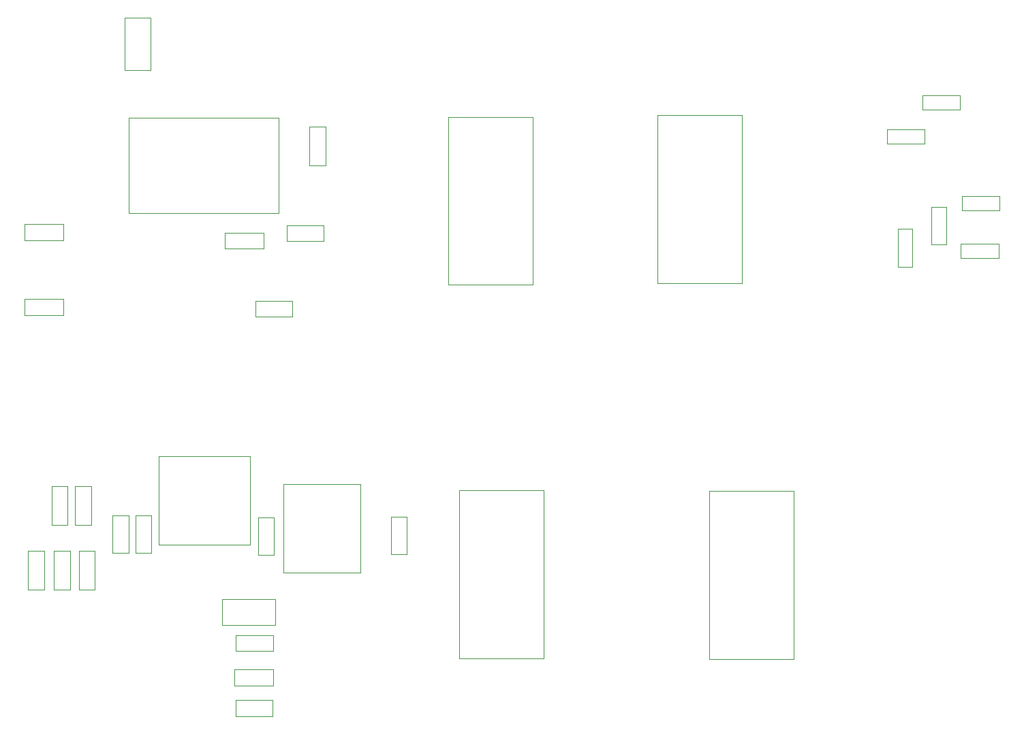
<source format=gbr>
G04 #@! TF.FileFunction,Other,User*
%FSLAX46Y46*%
G04 Gerber Fmt 4.6, Leading zero omitted, Abs format (unit mm)*
G04 Created by KiCad (PCBNEW 4.0.7-e2-6376~61~ubuntu18.04.1) date Mon Nov 26 09:53:19 2018*
%MOMM*%
%LPD*%
G01*
G04 APERTURE LIST*
%ADD10C,0.100000*%
%ADD11C,0.050000*%
G04 APERTURE END LIST*
D10*
D11*
X142300000Y-70420000D02*
X137500000Y-70420000D01*
X142300000Y-68420000D02*
X137500000Y-68420000D01*
X142300000Y-70420000D02*
X142300000Y-68420000D01*
X137500000Y-70420000D02*
X137500000Y-68420000D01*
X190154820Y-55053060D02*
X200674820Y-55053060D01*
X200674820Y-75933060D02*
X190154820Y-75933060D01*
X190154820Y-75933060D02*
X190154820Y-55053060D01*
X200674820Y-75933060D02*
X200674820Y-55053060D01*
X191488240Y-101499500D02*
X202008240Y-101499500D01*
X202008240Y-122379500D02*
X191488240Y-122379500D01*
X191488240Y-122379500D02*
X191488240Y-101499500D01*
X202008240Y-122379500D02*
X202008240Y-101499500D01*
X222575340Y-101611260D02*
X233095340Y-101611260D01*
X233095340Y-122491260D02*
X222575340Y-122491260D01*
X222575340Y-122491260D02*
X222575340Y-101611260D01*
X233095340Y-122491260D02*
X233095340Y-101611260D01*
X216111000Y-54877000D02*
X226631000Y-54877000D01*
X226631000Y-75757000D02*
X216111000Y-75757000D01*
X216111000Y-75757000D02*
X216111000Y-54877000D01*
X226631000Y-75757000D02*
X226631000Y-54877000D01*
X252010000Y-66230000D02*
X252010000Y-70930000D01*
X252010000Y-66230000D02*
X250210000Y-66230000D01*
X250210000Y-70930000D02*
X252010000Y-70930000D01*
X250210000Y-70930000D02*
X250210000Y-66230000D01*
X247830000Y-68980000D02*
X247830000Y-73680000D01*
X247830000Y-68980000D02*
X246030000Y-68980000D01*
X246030000Y-73680000D02*
X247830000Y-73680000D01*
X246030000Y-73680000D02*
X246030000Y-68980000D01*
X249075000Y-52400000D02*
X253775000Y-52400000D01*
X249075000Y-52400000D02*
X249075000Y-54200000D01*
X253775000Y-54200000D02*
X253775000Y-52400000D01*
X253775000Y-54200000D02*
X249075000Y-54200000D01*
X244675000Y-56575000D02*
X249375000Y-56575000D01*
X244675000Y-56575000D02*
X244675000Y-58375000D01*
X249375000Y-58375000D02*
X249375000Y-56575000D01*
X249375000Y-58375000D02*
X244675000Y-58375000D01*
X150470000Y-67040000D02*
X169070000Y-67040000D01*
X150470000Y-55140000D02*
X169070000Y-55140000D01*
X150470000Y-67040000D02*
X150470000Y-55140000D01*
X169070000Y-67040000D02*
X169070000Y-55140000D01*
X165502500Y-108262500D02*
X165502500Y-97262500D01*
X154202500Y-108262500D02*
X154202500Y-97262500D01*
X165502500Y-108262500D02*
X154202500Y-108262500D01*
X165502500Y-97262500D02*
X154202500Y-97262500D01*
X169702500Y-100762500D02*
X169702500Y-111762500D01*
X179202500Y-100762500D02*
X179202500Y-111762500D01*
X169702500Y-100762500D02*
X179202500Y-100762500D01*
X169702500Y-111762500D02*
X179202500Y-111762500D01*
X172890000Y-61070000D02*
X172890000Y-56270000D01*
X174890000Y-61070000D02*
X174890000Y-56270000D01*
X172890000Y-61070000D02*
X174890000Y-61070000D01*
X172890000Y-56270000D02*
X174890000Y-56270000D01*
X167170000Y-71450000D02*
X162370000Y-71450000D01*
X167170000Y-69450000D02*
X162370000Y-69450000D01*
X167170000Y-71450000D02*
X167170000Y-69450000D01*
X162370000Y-71450000D02*
X162370000Y-69450000D01*
X142320000Y-79730000D02*
X137520000Y-79730000D01*
X142320000Y-77730000D02*
X137520000Y-77730000D01*
X142320000Y-79730000D02*
X142320000Y-77730000D01*
X137520000Y-79730000D02*
X137520000Y-77730000D01*
X168360000Y-125750000D02*
X163560000Y-125750000D01*
X168360000Y-123750000D02*
X163560000Y-123750000D01*
X168360000Y-125750000D02*
X168360000Y-123750000D01*
X163560000Y-125750000D02*
X163560000Y-123750000D01*
X174680000Y-70520000D02*
X170080000Y-70520000D01*
X174680000Y-68520000D02*
X170080000Y-68520000D01*
X174680000Y-70520000D02*
X174680000Y-68520000D01*
X170080000Y-70520000D02*
X170080000Y-68520000D01*
X166170000Y-77940000D02*
X170770000Y-77940000D01*
X166170000Y-79940000D02*
X170770000Y-79940000D01*
X166170000Y-77940000D02*
X166170000Y-79940000D01*
X170770000Y-77940000D02*
X170770000Y-79940000D01*
X149920000Y-49290000D02*
X149920000Y-42690000D01*
X153120000Y-49290000D02*
X153120000Y-42690000D01*
X149920000Y-49290000D02*
X153120000Y-49290000D01*
X149920000Y-42690000D02*
X153120000Y-42690000D01*
X148452500Y-109262500D02*
X148452500Y-104662500D01*
X150452500Y-109262500D02*
X150452500Y-104662500D01*
X148452500Y-109262500D02*
X150452500Y-109262500D01*
X148452500Y-104662500D02*
X150452500Y-104662500D01*
X151252500Y-109262500D02*
X151252500Y-104662500D01*
X153252500Y-109262500D02*
X153252500Y-104662500D01*
X151252500Y-109262500D02*
X153252500Y-109262500D01*
X151252500Y-104662500D02*
X153252500Y-104662500D01*
X183000000Y-109410000D02*
X183000000Y-104810000D01*
X185000000Y-109410000D02*
X185000000Y-104810000D01*
X183000000Y-109410000D02*
X185000000Y-109410000D01*
X183000000Y-104810000D02*
X185000000Y-104810000D01*
X166502500Y-109512500D02*
X166502500Y-104912500D01*
X168502500Y-109512500D02*
X168502500Y-104912500D01*
X166502500Y-109512500D02*
X168502500Y-109512500D01*
X166502500Y-104912500D02*
X168502500Y-104912500D01*
X168310000Y-129600000D02*
X163710000Y-129600000D01*
X168310000Y-127600000D02*
X163710000Y-127600000D01*
X168310000Y-129600000D02*
X168310000Y-127600000D01*
X163710000Y-129600000D02*
X163710000Y-127600000D01*
X168370000Y-121490000D02*
X163770000Y-121490000D01*
X168370000Y-119490000D02*
X163770000Y-119490000D01*
X168370000Y-121490000D02*
X168370000Y-119490000D01*
X163770000Y-121490000D02*
X163770000Y-119490000D01*
X168650000Y-118260000D02*
X162050000Y-118260000D01*
X168650000Y-115060000D02*
X162050000Y-115060000D01*
X168650000Y-118260000D02*
X168650000Y-115060000D01*
X162050000Y-118260000D02*
X162050000Y-115060000D01*
X144252500Y-113822500D02*
X144252500Y-109022500D01*
X146252500Y-113822500D02*
X146252500Y-109022500D01*
X144252500Y-113822500D02*
X146252500Y-113822500D01*
X144252500Y-109022500D02*
X146252500Y-109022500D01*
X143752500Y-105802500D02*
X143752500Y-101002500D01*
X145752500Y-105802500D02*
X145752500Y-101002500D01*
X143752500Y-105802500D02*
X145752500Y-105802500D01*
X143752500Y-101002500D02*
X145752500Y-101002500D01*
X143152500Y-109022500D02*
X143152500Y-113822500D01*
X141152500Y-109022500D02*
X141152500Y-113822500D01*
X143152500Y-109022500D02*
X141152500Y-109022500D01*
X143152500Y-113822500D02*
X141152500Y-113822500D01*
X142852500Y-101002500D02*
X142852500Y-105802500D01*
X140852500Y-101002500D02*
X140852500Y-105802500D01*
X142852500Y-101002500D02*
X140852500Y-101002500D01*
X142852500Y-105802500D02*
X140852500Y-105802500D01*
X139952500Y-109022500D02*
X139952500Y-113822500D01*
X137952500Y-109022500D02*
X137952500Y-113822500D01*
X139952500Y-109022500D02*
X137952500Y-109022500D01*
X139952500Y-113822500D02*
X137952500Y-113822500D01*
X258560000Y-72620000D02*
X253860000Y-72620000D01*
X258560000Y-72620000D02*
X258560000Y-70820000D01*
X253860000Y-70820000D02*
X253860000Y-72620000D01*
X253860000Y-70820000D02*
X258560000Y-70820000D01*
X258690000Y-66700000D02*
X253990000Y-66700000D01*
X258690000Y-66700000D02*
X258690000Y-64900000D01*
X253990000Y-64900000D02*
X253990000Y-66700000D01*
X253990000Y-64900000D02*
X258690000Y-64900000D01*
M02*

</source>
